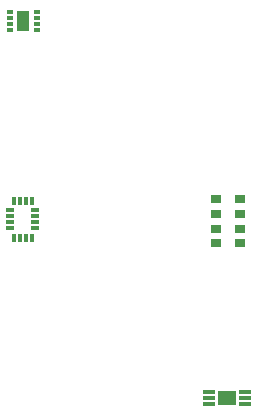
<source format=gts>
G04 EAGLE Gerber RS-274X export*
G75*
%MOMM*%
%FSLAX34Y34*%
%LPD*%
%INTop Solder Mask*%
%IPPOS*%
%AMOC8*
5,1,8,0,0,1.08239X$1,22.5*%
G01*
%ADD10R,1.101600X0.321600*%
%ADD11R,1.601600X1.301600*%
%ADD12R,0.600000X0.300000*%
%ADD13R,1.100000X1.800000*%
%ADD14R,0.451600X0.701600*%
%ADD15R,0.701600X0.451600*%
%ADD16R,0.901600X0.651600*%


D10*
X258399Y114040D03*
X258399Y119040D03*
X258399Y109040D03*
X288399Y114040D03*
X288399Y119040D03*
X288399Y109040D03*
D11*
X273399Y114040D03*
D12*
X112393Y426186D03*
X112393Y431186D03*
X112393Y436186D03*
X112393Y441186D03*
X89893Y441186D03*
X89893Y436186D03*
X89893Y431186D03*
X89893Y426186D03*
D13*
X100893Y433686D03*
D14*
X97907Y281459D03*
X102907Y281459D03*
X92907Y281459D03*
X107907Y281459D03*
D15*
X89907Y273209D03*
X89907Y268209D03*
X89907Y263209D03*
X89907Y258209D03*
X110907Y273209D03*
X110907Y268209D03*
X110907Y263209D03*
X110907Y258209D03*
D14*
X102907Y249959D03*
X97907Y249959D03*
X107907Y249959D03*
X92907Y249959D03*
D16*
X264138Y270222D03*
X284138Y270222D03*
X264138Y282722D03*
X284138Y282722D03*
X264138Y257722D03*
X264138Y245222D03*
X284138Y257222D03*
X284138Y245222D03*
M02*

</source>
